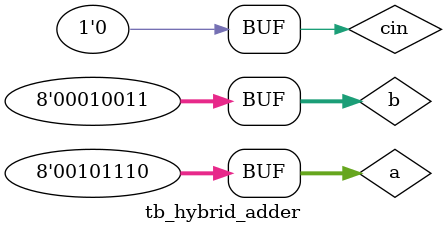
<source format=v>
`timescale 1ns / 1ps

module tb_hybrid_adder();
    reg[7:0] a;
    reg[7:0] b;
    reg cin;
    wire [7:0] s;
    wire cout;
    hybrid_adder d(a,b,cin,s,cout);
    
initial
 begin
    a=8'b00000000; b=8'b00100101 ;cin=0;#10;
    a=8'b00010010; b=8'b00100111 ;cin=0;#10;
    a=8'b00000100; b=8'b01001001 ;cin=0;#10;
    a=8'b00010110; b=8'b00001011 ;cin=0;#10;
    a=8'b01011000; b=8'b01001101 ;cin=0;#10;
    a=8'b00101010; b=8'b00001111 ;cin=0;#10;
    a=8'b00101100; b=8'b01010001 ;cin=0;#10;
    a=8'b00101110; b=8'b00010011 ;cin=0;#10;
 end
endmodule
</source>
